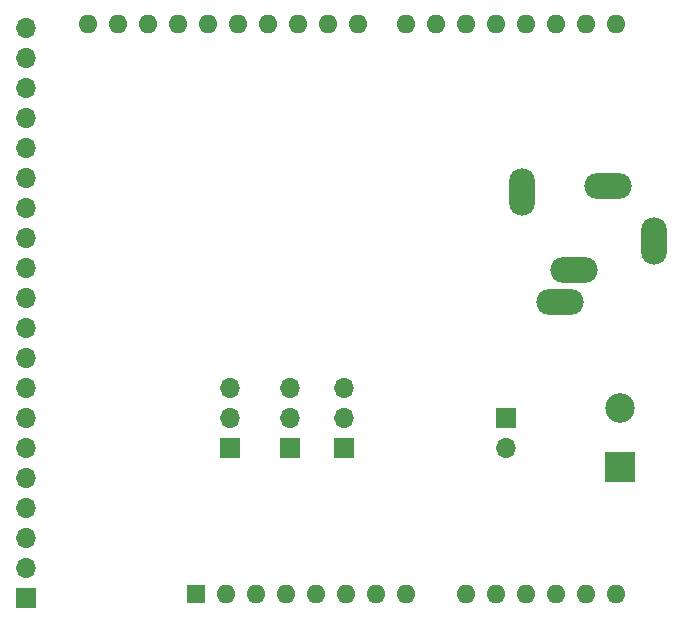
<source format=gts>
G04 #@! TF.FileFunction,Soldermask,Top*
%FSLAX46Y46*%
G04 Gerber Fmt 4.6, Leading zero omitted, Abs format (unit mm)*
G04 Created by KiCad (PCBNEW 4.0.7) date Thursday, May 17, 2018 'AMt' 08:01:50 AM*
%MOMM*%
%LPD*%
G01*
G04 APERTURE LIST*
%ADD10C,0.100000*%
%ADD11R,1.700000X1.700000*%
%ADD12O,1.700000X1.700000*%
%ADD13R,2.500000X2.500000*%
%ADD14C,2.500000*%
%ADD15O,1.600000X1.600000*%
%ADD16R,1.600000X1.600000*%
%ADD17O,4.000000X2.200000*%
%ADD18O,2.200000X4.000000*%
G04 APERTURE END LIST*
D10*
D11*
X131064000Y-132278564D03*
D12*
X131064000Y-129738564D03*
X131064000Y-127198564D03*
X131064000Y-124658564D03*
X131064000Y-122118564D03*
X131064000Y-119578564D03*
X131064000Y-117038564D03*
X131064000Y-114498564D03*
X131064000Y-111958564D03*
X131064000Y-109418564D03*
X131064000Y-106878564D03*
X131064000Y-104338564D03*
X131064000Y-101798564D03*
X131064000Y-99258564D03*
X131064000Y-96718564D03*
X131064000Y-94178564D03*
X131064000Y-91638564D03*
X131064000Y-89098564D03*
X131064000Y-86558564D03*
X131064000Y-84018564D03*
D13*
X181356000Y-121182564D03*
D14*
X181356000Y-116182564D03*
D11*
X148336000Y-119578564D03*
D12*
X148336000Y-117038564D03*
X148336000Y-114498564D03*
D11*
X171704000Y-117038564D03*
D12*
X171704000Y-119578564D03*
D11*
X153416000Y-119578564D03*
D12*
X153416000Y-117038564D03*
X153416000Y-114498564D03*
D11*
X157988000Y-119578564D03*
D12*
X157988000Y-117038564D03*
X157988000Y-114498564D03*
D15*
X136313100Y-83662964D03*
X138853100Y-83662964D03*
D16*
X145453100Y-131922964D03*
D15*
X175933100Y-83662964D03*
X147993100Y-131922964D03*
X173393100Y-83662964D03*
X150533100Y-131922964D03*
X170853100Y-83662964D03*
X153073100Y-131922964D03*
X168313100Y-83662964D03*
X155613100Y-131922964D03*
X165773100Y-83662964D03*
X158153100Y-131922964D03*
X163233100Y-83662964D03*
X160693100Y-131922964D03*
X159173100Y-83662964D03*
X163233100Y-131922964D03*
X156633100Y-83662964D03*
X168313100Y-131922964D03*
X154093100Y-83662964D03*
X170853100Y-131922964D03*
X151553100Y-83662964D03*
X173393100Y-131922964D03*
X149013100Y-83662964D03*
X175933100Y-131922964D03*
X146473100Y-83662964D03*
X178473100Y-131922964D03*
X143933100Y-83662964D03*
X181013100Y-131922964D03*
X141393100Y-83662964D03*
X181013100Y-83662964D03*
X178473100Y-83662964D03*
D17*
X180340000Y-97409000D03*
D18*
X173040000Y-97909000D03*
D17*
X177440000Y-104509000D03*
X176240000Y-107209000D03*
D18*
X184240000Y-102009000D03*
M02*

</source>
